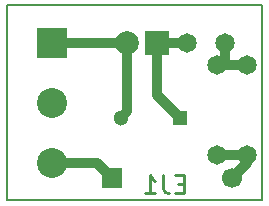
<source format=gbr>
G04 #@! TF.FileFunction,Copper,L2,Bot,Signal*
%FSLAX46Y46*%
G04 Gerber Fmt 4.6, Leading zero omitted, Abs format (unit mm)*
G04 Created by KiCad (PCBNEW (2015-09-12 BZR 6188)-product) date lun 16 nov 2015 17:49:57 ART*
%MOMM*%
G01*
G04 APERTURE LIST*
%ADD10C,0.100000*%
%ADD11C,0.150000*%
%ADD12C,0.250000*%
%ADD13R,1.300000X1.300000*%
%ADD14C,1.300000*%
%ADD15R,2.000000X2.000000*%
%ADD16C,2.000000*%
%ADD17C,1.699260*%
%ADD18R,1.699260X1.699260*%
%ADD19R,2.540000X2.540000*%
%ADD20C,2.540000*%
%ADD21C,1.651000*%
%ADD22C,0.812800*%
G04 APERTURE END LIST*
D10*
D11*
X146050000Y-104140000D02*
X124460000Y-104140000D01*
X146050000Y-87630000D02*
X146050000Y-104140000D01*
X124460000Y-87630000D02*
X146050000Y-87630000D01*
D12*
X139402142Y-102762857D02*
X138902142Y-102762857D01*
X138687856Y-103548571D02*
X139402142Y-103548571D01*
X139402142Y-102048571D01*
X138687856Y-102048571D01*
X137616428Y-102048571D02*
X137616428Y-103120000D01*
X137687856Y-103334286D01*
X137830713Y-103477143D01*
X138044999Y-103548571D01*
X138187856Y-103548571D01*
X136116428Y-103548571D02*
X136973571Y-103548571D01*
X136544999Y-103548571D02*
X136544999Y-102048571D01*
X136687856Y-102262857D01*
X136830714Y-102405714D01*
X136973571Y-102477143D01*
D11*
X124460000Y-104140000D02*
X124460000Y-87630000D01*
D13*
X139065000Y-97155000D03*
D14*
X134065000Y-97155000D03*
D15*
X137160000Y-90805000D03*
D16*
X134620000Y-90805000D03*
D17*
X143510520Y-102232460D03*
D18*
X133350520Y-102232460D03*
D19*
X128270000Y-90805000D03*
D20*
X128270000Y-95885000D03*
X128270000Y-100965000D03*
D21*
X142240000Y-92710000D03*
X142240000Y-100330000D03*
X144780000Y-92710000D03*
X144780000Y-100330000D03*
X139700000Y-90805000D03*
X142875000Y-90805000D03*
D22*
X142240000Y-92710000D02*
X144780000Y-92710000D01*
X142875000Y-90805000D02*
X142875000Y-92075000D01*
X137160000Y-90805000D02*
X139700000Y-90805000D01*
X142875000Y-92075000D02*
X142240000Y-92710000D01*
X137160000Y-90805000D02*
X137160000Y-95250000D01*
X137160000Y-95250000D02*
X139065000Y-97155000D01*
X134620000Y-90805000D02*
X134620000Y-96600000D01*
X134620000Y-96600000D02*
X134065000Y-97155000D01*
X128270000Y-90805000D02*
X134620000Y-90805000D01*
X144780000Y-100330000D02*
X144780000Y-100962980D01*
X144780000Y-100962980D02*
X143510520Y-102232460D01*
X142240000Y-100330000D02*
X144780000Y-100330000D01*
X133350520Y-102232460D02*
X132083060Y-100965000D01*
X132083060Y-100965000D02*
X128270000Y-100965000D01*
M02*

</source>
